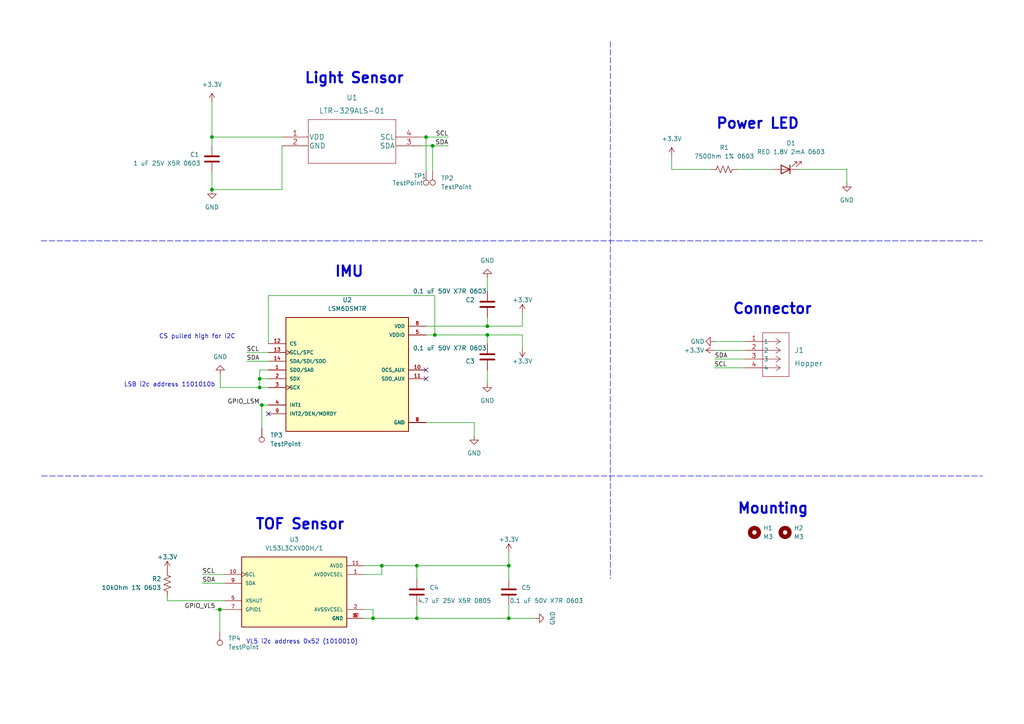
<source format=kicad_sch>
(kicad_sch (version 20211123) (generator eeschema)
  (paper "A4")
  (lib_symbols
    (symbol "Connector:TestPoint" (pin_numbers hide) (pin_names (offset 0.762) hide)
      (property "Reference" "TP" (at 0 6.858 0))
      (property "Value" "TestPoint" (at 0 5.08 0))
      (symbol "TestPoint_0_1"
        (circle (center 0 3.302) (radius 0.762))
      )
      (symbol "TestPoint_1_1"
        (pin passive line (at 0 0 90) (length 2.54) (name "1") (number "1"))
      )
    )
    (symbol "Device:C" (pin_numbers hide) (pin_names (offset 0.254))
      (property "Reference" "C" (at 0.635 2.54 0))
      (property "Value" "C" (at 0.635 -2.54 0))
      (symbol "C_0_1"
        (polyline (pts (xy -2.032 -0.762) (xy 2.032 -0.762)) (stroke (width 0.508)))
        (polyline (pts (xy -2.032 0.762) (xy 2.032 0.762)) (stroke (width 0.508)))
      )
      (symbol "C_1_1"
        (pin passive line (at 0 3.81 270) (length 2.794) (name "~") (number "1"))
        (pin passive line (at 0 -3.81 90) (length 2.794) (name "~") (number "2"))
      )
    )
    (symbol "Device:LED" (pin_numbers hide) (pin_names (offset 1.016) hide)
      (property "Reference" "D" (at 0 2.54 0))
      (property "Value" "LED" (at 0 -2.54 0))
      (symbol "LED_0_1"
        (polyline (pts (xy -1.27 -1.27) (xy -1.27 1.27)) (stroke (width 0.254)))
        (polyline (pts (xy -1.27 0) (xy 1.27 0)))
        (polyline (pts (xy 1.27 -1.27) (xy 1.27 1.27) (xy -1.27 0) (xy 1.27 -1.27)) (stroke (width 0.254)))
        (polyline (pts (xy -3.048 -0.762) (xy -4.572 -2.286) (xy -3.81 -2.286) (xy -4.572 -2.286) (xy -4.572 -1.524)))
        (polyline (pts (xy -1.778 -0.762) (xy -3.302 -2.286) (xy -2.54 -2.286) (xy -3.302 -2.286) (xy -3.302 -1.524)))
      )
      (symbol "LED_1_1"
        (pin passive line (at -3.81 0 0) (length 2.54) (name "K") (number "1"))
        (pin passive line (at 3.81 0 180) (length 2.54) (name "A") (number "2"))
      )
    )
    (symbol "Device:R_US" (pin_numbers hide) (pin_names (offset 0))
      (property "Reference" "R" (at 2.54 0 90))
      (property "Value" "R_US" (at -2.54 0 90))
      (symbol "R_US_0_1"
        (polyline (pts (xy 0 -2.286) (xy 0 -2.54)))
        (polyline (pts (xy 0 2.286) (xy 0 2.54)))
        (polyline (pts (xy 0 -0.762) (xy 1.016 -1.143) (xy 0 -1.524) (xy -1.016 -1.905) (xy 0 -2.286)))
        (polyline (pts (xy 0 0.762) (xy 1.016 0.381) (xy 0 0) (xy -1.016 -0.381) (xy 0 -0.762)))
        (polyline (pts (xy 0 2.286) (xy 1.016 1.905) (xy 0 1.524) (xy -1.016 1.143) (xy 0 0.762)))
      )
      (symbol "R_US_1_1"
        (pin passive line (at 0 3.81 270) (length 1.27) (name "~") (number "1"))
        (pin passive line (at 0 -3.81 90) (length 1.27) (name "~") (number "2"))
      )
    )
    (symbol "LSM6DSMTR:LSM6DSMTR" (pin_names (offset 1.016))
      (property "Reference" "U" (at -17.78 16.51 0))
      (property "Value" "LSM6DSMTR" (at -17.78 -21.59 0))
      (symbol "LSM6DSMTR_0_0"
        (rectangle (start -17.78 -17.78) (end 17.78 15.24) (stroke (width 0.254)) (fill (type background)))
        (pin bidirectional line (at -22.86 0 0) (length 5.08) (name "SDO/SA0") (number "1"))
        (pin input line (at 22.86 0 180) (length 5.08) (name "OCS_AUX") (number "10"))
        (pin bidirectional line (at 22.86 -2.54 180) (length 5.08) (name "SDO_AUX") (number "11"))
        (pin input line (at -22.86 7.62 0) (length 5.08) (name "CS") (number "12"))
        (pin input clock (at -22.86 5.08 0) (length 5.08) (name "SCL/SPC") (number "13"))
        (pin bidirectional line (at -22.86 2.54 0) (length 5.08) (name "SDA/SDI/SDO") (number "14"))
        (pin bidirectional line (at -22.86 -2.54 0) (length 5.08) (name "SDX") (number "2"))
        (pin bidirectional clock (at -22.86 -5.08 0) (length 5.08) (name "SCX") (number "3"))
        (pin input line (at -22.86 -10.16 0) (length 5.08) (name "INT1") (number "4"))
        (pin power_in line (at 22.86 10.16 180) (length 5.08) (name "VDDIO") (number "5"))
        (pin power_in line (at 22.86 -15.24 180) (length 5.08) (name "GND") (number "6"))
        (pin power_in line (at 22.86 -15.24 180) (length 5.08) (name "GND") (number "7"))
        (pin power_in line (at 22.86 12.7 180) (length 5.08) (name "VDD") (number "8"))
        (pin input line (at -22.86 -12.7 0) (length 5.08) (name "INT2/DEN/MDRDY") (number "9"))
      )
    )
    (symbol "LTR-329-ALS:LTR-329ALS-01" (pin_names (offset 0.254))
      (property "Reference" "U" (at 20.32 10.16 0))
      (property "Value" "LTR-329ALS-01" (at 20.32 7.62 0))
      (symbol "LTR-329ALS-01_1_1"
        (polyline (pts (xy 7.62 -7.62) (xy 33.02 -7.62)) (stroke (width 0.127)))
        (polyline (pts (xy 7.62 5.08) (xy 7.62 -7.62)) (stroke (width 0.127)))
        (polyline (pts (xy 33.02 -7.62) (xy 33.02 5.08)) (stroke (width 0.127)))
        (polyline (pts (xy 33.02 5.08) (xy 7.62 5.08)) (stroke (width 0.127)))
        (pin power_in line (at 0 0 0) (length 7.62) (name "VDD") (number "1"))
        (pin power_in line (at 0 -2.54 0) (length 7.62) (name "GND") (number "2"))
        (pin bidirectional line (at 40.64 -2.54 180) (length 7.62) (name "SDA") (number "3"))
        (pin input line (at 40.64 0 180) (length 7.62) (name "SCL") (number "4"))
      )
    )
    (symbol "Mechanical:MountingHole" (pin_names (offset 1.016))
      (property "Reference" "H" (at 0 5.08 0))
      (property "Value" "MountingHole" (at 0 3.175 0))
      (symbol "MountingHole_0_1"
        (circle (center 0 0) (radius 1.27) (stroke (width 1.27)))
      )
    )
    (symbol "PRT-14417:PRT-14417" (pin_names (offset 0.254))
      (property "Reference" "J" (at 8.89 6.35 0))
      (property "Value" "PRT-14417" (at 0 0 0))
      (symbol "PRT-14417_1_1"
        (polyline (pts (xy 5.08 -10.16) (xy 12.7 -10.16)) (stroke (width 0.127)))
        (polyline (pts (xy 5.08 2.54) (xy 5.08 -10.16)) (stroke (width 0.127)))
        (polyline (pts (xy 10.16 -7.62) (xy 5.08 -7.62)) (stroke (width 0.127)))
        (polyline (pts (xy 10.16 -7.62) (xy 8.89 -8.4667)) (stroke (width 0.127)))
        (polyline (pts (xy 10.16 -7.62) (xy 8.89 -6.7733)) (stroke (width 0.127)))
        (polyline (pts (xy 10.16 -5.08) (xy 5.08 -5.08)) (stroke (width 0.127)))
        (polyline (pts (xy 10.16 -5.08) (xy 8.89 -5.9267)) (stroke (width 0.127)))
        (polyline (pts (xy 10.16 -5.08) (xy 8.89 -4.2333)) (stroke (width 0.127)))
        (polyline (pts (xy 10.16 -2.54) (xy 5.08 -2.54)) (stroke (width 0.127)))
        (polyline (pts (xy 10.16 -2.54) (xy 8.89 -3.3867)) (stroke (width 0.127)))
        (polyline (pts (xy 10.16 -2.54) (xy 8.89 -1.6933)) (stroke (width 0.127)))
        (polyline (pts (xy 10.16 0) (xy 5.08 0)) (stroke (width 0.127)))
        (polyline (pts (xy 10.16 0) (xy 8.89 -0.8467)) (stroke (width 0.127)))
        (polyline (pts (xy 10.16 0) (xy 8.89 0.8467)) (stroke (width 0.127)))
        (polyline (pts (xy 12.7 -10.16) (xy 12.7 2.54)) (stroke (width 0.127)))
        (polyline (pts (xy 12.7 2.54) (xy 5.08 2.54)) (stroke (width 0.127)))
        (pin unspecified line (at 0 0 0) (length 5.08) (name "1") (number "1"))
        (pin unspecified line (at 0 -2.54 0) (length 5.08) (name "2") (number "2"))
        (pin unspecified line (at 0 -5.08 0) (length 5.08) (name "3") (number "3"))
        (pin unspecified line (at 0 -7.62 0) (length 5.08) (name "4") (number "4"))
      )
      (symbol "PRT-14417_1_2"
        (polyline (pts (xy 5.08 -10.16) (xy 12.7 -10.16)) (stroke (width 0.127)))
        (polyline (pts (xy 5.08 2.54) (xy 5.08 -10.16)) (stroke (width 0.127)))
        (polyline (pts (xy 7.62 -7.62) (xy 5.08 -7.62)) (stroke (width 0.127)))
        (polyline (pts (xy 7.62 -7.62) (xy 8.89 -8.4667)) (stroke (width 0.127)))
        (polyline (pts (xy 7.62 -7.62) (xy 8.89 -6.7733)) (stroke (width 0.127)))
        (polyline (pts (xy 7.62 -5.08) (xy 5.08 -5.08)) (stroke (width 0.127)))
        (polyline (pts (xy 7.62 -5.08) (xy 8.89 -5.9267)) (stroke (width 0.127)))
        (polyline (pts (xy 7.62 -5.08) (xy 8.89 -4.2333)) (stroke (width 0.127)))
        (polyline (pts (xy 7.62 -2.54) (xy 5.08 -2.54)) (stroke (width 0.127)))
        (polyline (pts (xy 7.62 -2.54) (xy 8.89 -3.3867)) (stroke (width 0.127)))
        (polyline (pts (xy 7.62 -2.54) (xy 8.89 -1.6933)) (stroke (width 0.127)))
        (polyline (pts (xy 7.62 0) (xy 5.08 0)) (stroke (width 0.127)))
        (polyline (pts (xy 7.62 0) (xy 8.89 -0.8467)) (stroke (width 0.127)))
        (polyline (pts (xy 7.62 0) (xy 8.89 0.8467)) (stroke (width 0.127)))
        (polyline (pts (xy 12.7 -10.16) (xy 12.7 2.54)) (stroke (width 0.127)))
        (polyline (pts (xy 12.7 2.54) (xy 5.08 2.54)) (stroke (width 0.127)))
        (pin unspecified line (at 0 0 0) (length 5.08) (name "1") (number "1"))
        (pin unspecified line (at 0 -2.54 0) (length 5.08) (name "2") (number "2"))
        (pin unspecified line (at 0 -5.08 0) (length 5.08) (name "3") (number "3"))
        (pin unspecified line (at 0 -7.62 0) (length 5.08) (name "4") (number "4"))
      )
    )
    (symbol "VL53L3CXV0DH_1:VL53L3CXV0DH{slash}1" (pin_names (offset 1.016))
      (property "Reference" "U" (at -15.24 10.922 0))
      (property "Value" "VL53L3CXV0DH{slash}1" (at -15.24 -12.7 0))
      (symbol "VL53L3CXV0DH{slash}1_0_0"
        (rectangle (start -15.24 -10.16) (end 15.24 10.16) (stroke (width 0.254)) (fill (type background)))
        (pin power_in line (at 20.32 5.08 180) (length 5.08) (name "AVDDVCSEL") (number "1"))
        (pin input clock (at -20.32 5.08 0) (length 5.08) (name "SCL") (number "10"))
        (pin power_in line (at 20.32 7.62 180) (length 5.08) (name "AVDD") (number "11"))
        (pin power_in line (at 20.32 -7.62 180) (length 5.08) (name "GND") (number "12"))
        (pin power_in line (at 20.32 -5.08 180) (length 5.08) (name "AVSSVCSEL") (number "2"))
        (pin power_in line (at 20.32 -7.62 180) (length 5.08) (name "GND") (number "3"))
        (pin power_in line (at 20.32 -7.62 180) (length 5.08) (name "GND") (number "4"))
        (pin input line (at -20.32 -2.54 0) (length 5.08) (name "XSHUT") (number "5"))
        (pin power_in line (at 20.32 -7.62 180) (length 5.08) (name "GND") (number "6"))
        (pin output line (at -20.32 -5.08 0) (length 5.08) (name "GPIO1") (number "7"))
        (pin bidirectional line (at -20.32 2.54 0) (length 5.08) (name "SDA") (number "9"))
      )
    )
    (symbol "power:+3.3V" (power) (pin_names (offset 0))
      (property "Value" "+3.3V" (at 0 3.556 0))
      (symbol "+3.3V_0_1"
        (polyline (pts (xy -0.762 1.27) (xy 0 2.54)))
        (polyline (pts (xy 0 0) (xy 0 2.54)))
        (polyline (pts (xy 0 2.54) (xy 0.762 1.27)))
      )
      (symbol "+3.3V_1_1"
        (pin power_in line (at 0 0 90) (length 0) hide (name "+3.3V") (number "1"))
      )
    )
    (symbol "power:GND" (power) (pin_names (offset 0))
      (property "Value" "GND" (at 0 -3.81 0))
      (symbol "GND_0_1"
        (polyline (pts (xy 0 0) (xy 0 -1.27) (xy 1.27 -1.27) (xy 0 -2.54) (xy -1.27 -1.27) (xy 0 -1.27)))
      )
      (symbol "GND_1_1"
        (pin power_in line (at 0 0 270) (length 0) hide (name "GND") (number "1"))
      )
    )
  )
  (junction (at 125.476 42.291))
  (junction (at 75.311 112.395))
  (junction (at 147.574 164.084))
  (junction (at 120.904 179.324))
  (junction (at 141.351 97.155))
  (junction (at 61.468 54.991))
  (junction (at 75.311 109.855))
  (junction (at 61.468 39.751))
  (junction (at 110.744 164.084))
  (junction (at 120.904 164.084))
  (junction (at 141.351 94.615))
  (junction (at 147.574 179.324))
  (junction (at 108.204 179.324))
  (junction (at 63.754 176.784))
  (junction (at 126.111 97.155))
  (junction (at 123.571 39.751))
  (junction (at 75.946 117.475))
  (no_connect (at 77.851 120.015))
  (no_connect (at 123.571 107.315))
  (no_connect (at 123.571 109.855))
  (wire (pts (xy 141.351 107.315) (xy 141.351 111.125)))
  (wire (pts (xy 147.574 167.894) (xy 147.574 164.084)))
  (wire (pts (xy 207.137 106.68) (xy 216.154 106.68)))
  (wire (pts (xy 61.468 49.911) (xy 61.468 54.991)))
  (wire (pts (xy 75.311 112.395) (xy 63.881 112.395)))
  (wire (pts (xy 122.428 42.291) (xy 125.476 42.291)))
  (wire (pts (xy 75.311 107.315) (xy 75.311 109.855)))
  (wire (pts (xy 120.904 175.514) (xy 120.904 179.324)))
  (wire (pts (xy 147.574 175.514) (xy 147.574 179.324)))
  (wire (pts (xy 245.618 49.149) (xy 245.618 52.959)))
  (wire (pts (xy 125.476 42.291) (xy 125.476 49.657)))
  (wire (pts (xy 61.468 39.751) (xy 81.788 39.751)))
  (wire (pts (xy 231.648 49.149) (xy 245.618 49.149)))
  (wire (pts (xy 77.851 99.695) (xy 77.851 85.725)))
  (wire (pts (xy 105.664 164.084) (xy 110.744 164.084)))
  (wire (pts (xy 126.111 97.155) (xy 141.351 97.155)))
  (wire (pts (xy 120.904 179.324) (xy 147.574 179.324)))
  (wire (pts (xy 120.904 167.894) (xy 120.904 164.084)))
  (wire (pts (xy 123.571 94.615) (xy 141.351 94.615)))
  (wire (pts (xy 77.851 107.315) (xy 75.311 107.315)))
  (wire (pts (xy 108.204 179.324) (xy 120.904 179.324)))
  (polyline (pts (xy 177.038 12.065) (xy 177.038 167.894)))
  (wire (pts (xy 75.311 109.855) (xy 75.311 112.395)))
  (wire (pts (xy 151.511 100.965) (xy 151.511 97.155)))
  (wire (pts (xy 151.511 90.805) (xy 151.511 94.615)))
  (wire (pts (xy 77.851 85.725) (xy 126.111 85.725)))
  (wire (pts (xy 123.571 39.751) (xy 130.048 39.751)))
  (wire (pts (xy 81.788 42.291) (xy 81.788 54.991)))
  (wire (pts (xy 147.574 179.324) (xy 155.194 179.324)))
  (wire (pts (xy 63.881 112.395) (xy 63.881 108.585)))
  (wire (pts (xy 141.351 92.075) (xy 141.351 94.615)))
  (wire (pts (xy 105.664 166.624) (xy 110.744 166.624)))
  (wire (pts (xy 62.484 176.784) (xy 63.754 176.784)))
  (wire (pts (xy 141.351 94.615) (xy 151.511 94.615)))
  (wire (pts (xy 120.904 164.084) (xy 147.574 164.084)))
  (wire (pts (xy 125.476 42.291) (xy 130.048 42.291)))
  (wire (pts (xy 141.351 99.695) (xy 141.351 97.155)))
  (wire (pts (xy 61.468 54.991) (xy 81.788 54.991)))
  (wire (pts (xy 63.754 176.784) (xy 65.024 176.784)))
  (wire (pts (xy 141.351 97.155) (xy 151.511 97.155)))
  (wire (pts (xy 65.024 169.164) (xy 58.674 169.164)))
  (wire (pts (xy 216.154 101.6) (xy 207.264 101.6)))
  (wire (pts (xy 123.571 39.751) (xy 123.571 49.657)))
  (wire (pts (xy 213.868 49.149) (xy 224.028 49.149)))
  (wire (pts (xy 61.468 39.751) (xy 61.468 42.291)))
  (wire (pts (xy 194.818 49.149) (xy 206.248 49.149)))
  (wire (pts (xy 123.571 97.155) (xy 126.111 97.155)))
  (wire (pts (xy 194.818 45.339) (xy 194.818 49.149)))
  (wire (pts (xy 207.264 104.14) (xy 216.154 104.14)))
  (wire (pts (xy 77.851 109.855) (xy 75.311 109.855)))
  (wire (pts (xy 105.664 179.324) (xy 108.204 179.324)))
  (wire (pts (xy 77.851 112.395) (xy 75.311 112.395)))
  (wire (pts (xy 105.664 176.784) (xy 108.204 176.784)))
  (wire (pts (xy 110.744 166.624) (xy 110.744 164.084)))
  (wire (pts (xy 77.851 102.235) (xy 71.501 102.235)))
  (wire (pts (xy 48.514 174.244) (xy 65.024 174.244)))
  (wire (pts (xy 61.468 29.591) (xy 61.468 39.751)))
  (wire (pts (xy 108.204 176.784) (xy 108.204 179.324)))
  (wire (pts (xy 48.514 172.974) (xy 48.514 174.244)))
  (wire (pts (xy 75.311 117.475) (xy 75.946 117.475)))
  (wire (pts (xy 77.851 104.775) (xy 71.501 104.775)))
  (wire (pts (xy 75.946 117.475) (xy 75.946 124.206)))
  (wire (pts (xy 65.024 166.624) (xy 58.674 166.624)))
  (wire (pts (xy 126.111 85.725) (xy 126.111 97.155)))
  (wire (pts (xy 123.571 122.555) (xy 137.541 122.555)))
  (wire (pts (xy 75.946 117.475) (xy 77.851 117.475)))
  (wire (pts (xy 63.754 176.784) (xy 63.754 183.134)))
  (wire (pts (xy 122.428 39.751) (xy 123.571 39.751)))
  (wire (pts (xy 207.264 99.06) (xy 216.154 99.06)))
  (wire (pts (xy 141.351 84.455) (xy 141.351 80.645)))
  (polyline (pts (xy 12.065 138.049) (xy 284.988 138.049)))
  (wire (pts (xy 137.541 122.555) (xy 137.541 126.365)))
  (wire (pts (xy 147.574 160.274) (xy 147.574 164.084)))
  (polyline (pts (xy 11.938 69.85) (xy 284.988 69.85)))
  (wire (pts (xy 110.744 164.084) (xy 120.904 164.084)))
  (text "Mounting" (at 213.741 149.352 0) (effects (font (size 3 3) (thickness 0.6) bold) (justify left bottom)))
  (text "CS pulled high for I2C" (at 46.101 98.425 0) (effects (font (size 1.27 1.27)) (justify left bottom)))
  (text "TOF Sensor" (at 73.914 153.924 0) (effects (font (size 3 3) (thickness 0.6) bold) (justify left bottom)))
  (text "Light Sensor" (at 88.138 24.511 0) (effects (font (size 3 3) (thickness 0.6) bold) (justify left bottom)))
  (text "VL5 i2c address 0x52 (1010010)" (at 71.374 186.944 0) (effects (font (size 1.27 1.27)) (justify left bottom)))
  (text "LSB i2c address 1101010b" (at 35.941 112.395 0) (effects (font (size 1.27 1.27)) (justify left bottom)))
  (text "Connector" (at 212.344 91.44 0) (effects (font (size 3 3) (thickness 0.6) bold) (justify left bottom)))
  (text "Power LED" (at 207.518 37.719 0) (effects (font (size 3 3) (thickness 0.6) bold) (justify left bottom)))
  (text "IMU" (at 96.901 80.645 0) (effects (font (size 3 3) (thickness 0.6) bold) (justify left bottom)))
  (label "SDA" (at 71.501 104.775 0))
  (label "GPIO_VL5" (at 62.484 176.784 180))
  (label "SCL" (at 207.137 106.68 0))
  (label "SCL" (at 130.048 39.751 180))
  (label "SDA" (at 207.264 104.14 0))
  (label "SDA" (at 58.674 169.164 0))
  (label "SCL" (at 71.501 102.235 0))
  (label "SCL" (at 58.674 166.624 0))
  (label "GPIO_LSM" (at 75.311 117.475 180))
  (label "SDA" (at 130.048 42.291 180))
  (symbol (lib_id "power:GND") (at 141.351 111.125 0) (mirror y) (unit 1)
    (property "Reference" "#PWR011" (effects hide))
    (property "Value" "GND" (at 141.351 116.205 0))
  )
  (symbol (lib_id "Connector:TestPoint") (at 123.571 49.657 180) (unit 1)
    (property "Reference" "TP1" (at 120.015 51.054 0) (effects (justify right)))
    (property "Value" "TestPoint" (at 113.792 53.086 0) (effects (justify right)))
    (property "Footprint" "TestPoint:TestPoint_Pad_D1.0mm" (effects hide))
  )
  (symbol (lib_id "power:+3.3V") (at 207.264 101.6 90) (unit 1)
    (property "Reference" "#PWR05" (effects hide))
    (property "Value" "+3.3V" (at 198.374 101.6 90) (effects (justify right)))
  )
  (symbol (lib_id "power:GND") (at 155.194 179.324 90) (unit 1)
    (property "Reference" "#PWR015" (effects hide))
    (property "Value" "GND" (at 160.274 179.324 0))
  )
  (symbol (lib_id "Device:C") (at 61.468 46.101 0) (unit 1)
    (property "Reference" "C1" (at 55.118 44.831 0) (effects (justify left)))
    (property "Value" "1 uF 25V X5R 0603" (at 38.608 47.371 0) (effects (justify left)))
    (property "Footprint" "Capacitor_SMD:C_0603_1608Metric" (effects hide))
    (property "Manufacturer" "Samsung Electro-Mechanics" (effects hide))
    (property "Manufacturer Part Number" "CL10A105KA8NNNC" (effects hide))
    (property "Vendor" "Digikey" (effects hide))
    (property "Vendor Part Number" "1276-1102-1-ND" (effects hide))
  )
  (symbol (lib_id "PRT-14417:PRT-14417") (at 216.154 99.06 0) (unit 1)
    (property "Reference" "J1" (at 230.378 101.6 0) (effects (font (size 1.524 1.524)) (justify left)))
    (property "Value" "Hopper" (at 230.378 105.41 0) (effects (font (size 1.524 1.524)) (justify left)))
    (property "Footprint" "Customs Smoker:PRT-14417" (effects hide))
    (property "Datasheet" "PRT-14417" (effects hide))
    (property "Manufacturer" "SparkFun Electronics" (effects hide))
    (property "Manufacturer Part Number" "PRT-14417" (effects hide))
    (property "Vendor" "Digikey" (effects hide))
    (property "Vendor Part Number" "PRT-14417-ND" (effects hide))
  )
  (symbol (lib_id "power:GND") (at 61.468 54.991 0) (unit 1)
    (property "Reference" "#PWR07" (effects hide))
    (property "Value" "GND" (at 61.468 60.071 0))
  )
  (symbol (lib_id "Mechanical:MountingHole") (at 227.711 154.432 0) (unit 1)
    (property "Reference" "H2" (at 230.251 153.1619 0) (effects (justify left)))
    (property "Value" "M3" (at 230.251 155.7019 0) (effects (justify left)))
    (property "Footprint" "MountingHole:MountingHole_3.2mm_M3_DIN965_Pad" (effects hide))
  )
  (symbol (lib_id "power:GND") (at 137.541 126.365 0) (unit 1)
    (property "Reference" "#PWR012" (effects hide))
    (property "Value" "GND" (at 137.541 131.445 0))
  )
  (symbol (lib_id "power:+3.3V") (at 151.511 100.965 180) (unit 1)
    (property "Reference" "#PWR09" (effects hide))
    (property "Value" "+3.3V" (at 151.511 104.775 0))
  )
  (symbol (lib_id "LSM6DSMTR:LSM6DSMTR") (at 100.711 107.315 0) (unit 1)
    (property "Reference" "U2" (at 100.711 86.995 0))
    (property "Value" "LSM6DSMTR" (at 100.711 89.535 0))
    (property "Footprint" "Customs:PQFN50P300X250X86-14N" (effects hide))
    (property "PARTREV" "Rev 7" (effects hide))
    (property "MANUFACTURER" "STMicroelectronics" (effects hide))
    (property "MAXIMUM_PACKAGE_HEIGHT" "0.86 mm" (effects hide))
    (property "STANDARD" "IPC 7351B" (effects hide))
    (property "Manufacturer" "STMicroelectronics" (effects hide))
    (property "Manufacturer Part Number" "497-16696-1-ND" (effects hide))
    (property "Vendor" "Digikey" (effects hide))
    (property "Vendor Part Number" "497-16696-1-ND" (effects hide))
  )
  (symbol (lib_id "power:+3.3V") (at 48.514 165.354 0) (mirror y) (unit 1)
    (property "Reference" "#PWR014" (effects hide))
    (property "Value" "+3.3V" (at 48.514 161.544 0))
  )
  (symbol (lib_id "Device:LED") (at 227.838 49.149 180) (unit 1)
    (property "Reference" "D1" (at 229.4255 41.529 0))
    (property "Value" "RED 1.8V 2mA 0603" (at 229.4255 44.069 0))
    (property "Footprint" "LED_SMD:LED_0603_1608Metric" (effects hide))
    (property "Manufacturer" "Rohm Semiconductor" (effects hide))
    (property "Manufacturer Part Number" "CSL1901UW1" (effects hide))
    (property "Vendor" "Digikey" (effects hide))
    (property "Vendor Part Number" "846-CSL1901UW1CT-ND" (effects hide))
  )
  (symbol (lib_id "LTR-329-ALS:LTR-329ALS-01") (at 81.788 39.751 0) (unit 1)
    (property "Reference" "U1" (at 102.108 28.321 0) (effects (font (size 1.524 1.524))))
    (property "Value" "LTR-329ALS-01" (at 102.108 32.131 0) (effects (font (size 1.524 1.524))))
    (property "Footprint" "Customs:LTR-329ALS-01" (effects hide))
    (property "Manufacturer" "Lite-On Inc." (effects hide))
    (property "Manufacturer Part Number" "LTR-329ALS-01" (effects hide))
    (property "Vendor" "Digikey" (effects hide))
    (property "Vendor Part Number" "160-2160-1-ND" (effects hide))
  )
  (symbol (lib_id "Device:C") (at 147.574 171.704 0) (mirror y) (unit 1)
    (property "Reference" "C5" (at 153.924 170.434 0) (effects (justify left)))
    (property "Value" "0.1 uF 50V X7R 0603" (at 169.164 174.244 0) (effects (justify left)))
    (property "Footprint" "Capacitor_SMD:C_0603_1608Metric" (effects hide))
    (property "Manufacturer" "Samsung Electro-Mechanics" (effects hide))
    (property "Manufacturer Part Number" "CL10B104KB8NNWC" (effects hide))
    (property "Vendor" "Digikey" (effects hide))
    (property "Vendor Part Number" "1276-1935-1-ND" (effects hide))
  )
  (symbol (lib_id "power:GND") (at 207.264 99.06 270) (unit 1)
    (property "Reference" "#PWR04" (effects hide))
    (property "Value" "GND" (at 200.279 99.06 90) (effects (justify left)))
  )
  (symbol (lib_id "Device:C") (at 141.351 88.265 0) (unit 1)
    (property "Reference" "C2" (at 135.001 86.995 0) (effects (justify left)))
    (property "Value" "0.1 uF 50V X7R 0603" (at 119.761 84.455 0) (effects (justify left)))
    (property "Footprint" "Capacitor_SMD:C_0603_1608Metric" (effects hide))
    (property "Manufacturer" "Samsung Electro-Mechanics" (effects hide))
    (property "Manufacturer Part Number" "CL10B104KB8NNWC" (effects hide))
    (property "Vendor" "Digikey" (effects hide))
    (property "Vendor Part Number" "1276-1935-1-ND" (effects hide))
  )
  (symbol (lib_id "power:GND") (at 141.351 80.645 180) (unit 1)
    (property "Reference" "#PWR06" (effects hide))
    (property "Value" "GND" (at 141.351 75.565 0))
  )
  (symbol (lib_id "power:+3.3V") (at 194.818 45.339 0) (unit 1)
    (property "Reference" "#PWR01" (effects hide))
    (property "Value" "+3.3V" (at 194.818 40.259 0))
  )
  (symbol (lib_id "Connector:TestPoint") (at 125.476 49.657 180) (unit 1)
    (property "Reference" "TP2" (at 127.889 51.6889 0) (effects (justify right)))
    (property "Value" "TestPoint" (at 127.889 54.2289 0) (effects (justify right)))
    (property "Footprint" "TestPoint:TestPoint_Pad_D1.0mm" (effects hide))
  )
  (symbol (lib_id "power:+3.3V") (at 61.468 29.591 0) (unit 1)
    (property "Reference" "#PWR03" (effects hide))
    (property "Value" "+3.3V" (at 61.468 24.511 0))
  )
  (symbol (lib_id "power:GND") (at 245.618 52.959 0) (unit 1)
    (property "Reference" "#PWR02" (effects hide))
    (property "Value" "GND" (at 245.618 58.039 0))
  )
  (symbol (lib_id "Device:R_US") (at 48.514 169.164 180) (unit 1)
    (property "Reference" "R2" (at 44.069 167.894 0) (effects (justify right)))
    (property "Value" "10kOhm 1% 0603" (at 29.464 170.434 0) (effects (justify right)))
    (property "Footprint" "Resistor_SMD:R_0603_1608Metric" (effects hide))
    (property "Manufacturer" "Stackpole Electronics Inc" (effects hide))
    (property "Manufacturer Part Number" "RNCP0603FTD10K0" (effects hide))
    (property "Vendor" "Digikey" (effects hide))
    (property "Vendor Part Number" "RNCP0603FTD10K0CT-ND" (effects hide))
  )
  (symbol (lib_id "VL53L3CXV0DH_1:VL53L3CXV0DH{slash}1") (at 85.344 171.704 0) (unit 1)
    (property "Reference" "U3" (at 85.344 156.464 0))
    (property "Value" "VL53L3CXV0DH/1" (at 85.344 159.004 0))
    (property "Footprint" "XDCR_VL53L3CXV0DH/1" (effects hide))
    (property "MAXIMUM_PACKAGE_HEIGHT" "1.05mm" (effects hide))
    (property "PARTREV" "2" (effects hide))
    (property "MANUFACTURER" "STMicroelectronics" (effects hide))
    (property "MP" "VL53L3CXV0DH/1" (effects hide))
    (property "STANDARD" "Manufacturer Recommendations" (effects hide))
    (property "Manufacturer" "STMicroelectronics" (effects hide))
    (property "Manufacturer Part Number" "VL53L3CXV0DH/1" (effects hide))
    (property "Vendor" "Digikey" (effects hide))
    (property "Vendor Part Number" "497-VL53L3CXV0DH/1CT-ND" (effects hide))
  )
  (symbol (lib_id "Device:C") (at 141.351 103.505 0) (mirror x) (unit 1)
    (property "Reference" "C3" (at 135.001 104.775 0) (effects (justify left)))
    (property "Value" "0.1 uF 50V X7R 0603" (at 119.761 100.965 0) (effects (justify left)))
    (property "Footprint" "Capacitor_SMD:C_0603_1608Metric" (effects hide))
    (property "Manufacturer" "Samsung Electro-Mechanics" (effects hide))
    (property "Manufacturer Part Number" "CL10B104KB8NNWC" (effects hide))
    (property "Vendor" "Digikey" (effects hide))
    (property "Vendor Part Number" "1276-1935-1-ND" (effects hide))
  )
  (symbol (lib_id "power:GND") (at 63.881 108.585 180) (unit 1)
    (property "Reference" "#PWR010" (effects hide))
    (property "Value" "GND" (at 63.881 103.505 0))
  )
  (symbol (lib_id "power:+3.3V") (at 151.511 90.805 0) (mirror y) (unit 1)
    (property "Reference" "#PWR08" (effects hide))
    (property "Value" "+3.3V" (at 151.511 86.995 0))
  )
  (symbol (lib_id "Connector:TestPoint") (at 63.754 183.134 180) (unit 1)
    (property "Reference" "TP4" (at 66.167 185.1659 0) (effects (justify right)))
    (property "Value" "TestPoint" (at 66.167 187.7059 0) (effects (justify right)))
    (property "Footprint" "TestPoint:TestPoint_Pad_D1.0mm" (effects hide))
  )
  (symbol (lib_id "Device:C") (at 120.904 171.704 0) (mirror y) (unit 1)
    (property "Reference" "C4" (at 127.254 170.434 0) (effects (justify left)))
    (property "Value" "4.7 uF 25V X5R 0805" (at 142.494 174.244 0) (effects (justify left)))
    (property "Footprint" "Capacitor_SMD:C_0805_2012Metric" (effects hide))
    (property "Manufacturer" "Samsung Electro-Mechanics" (effects hide))
    (property "Manufacturer Part Number" "CL21A475KAQNNNE" (effects hide))
    (property "Vendor" "Digikey" (effects hide))
    (property "Vendor Part Number" "1276-1244-1-ND" (effects hide))
  )
  (symbol (lib_id "power:+3.3V") (at 147.574 160.274 0) (mirror y) (unit 1)
    (property "Reference" "#PWR013" (effects hide))
    (property "Value" "+3.3V" (at 147.574 156.464 0))
  )
  (symbol (lib_id "Device:R_US") (at 210.058 49.149 270) (unit 1)
    (property "Reference" "R1" (at 210.058 42.799 90))
    (property "Value" "750Ohm 1% 0603" (at 210.058 45.339 90))
    (property "Footprint" "Resistor_SMD:R_0603_1608Metric" (effects hide))
    (property "Manufacturer" "YAGEO" (effects hide))
    (property "Manufacturer Part Number" "RC0603FR-07750RL" (effects hide))
    (property "Vendor" "Digikey" (effects hide))
    (property "Vendor Part Number" "311-750HRCT-ND" (effects hide))
  )
  (symbol (lib_id "Connector:TestPoint") (at 75.946 124.206 180) (unit 1)
    (property "Reference" "TP3" (at 78.359 126.2379 0) (effects (justify right)))
    (property "Value" "TestPoint" (at 78.359 128.7779 0) (effects (justify right)))
    (property "Footprint" "TestPoint:TestPoint_Pad_D1.0mm" (effects hide))
  )
  (symbol (lib_id "Mechanical:MountingHole") (at 218.821 154.432 0) (unit 1)
    (property "Reference" "H1" (at 221.361 153.1619 0) (effects (justify left)))
    (property "Value" "M3" (at 221.361 155.7019 0) (effects (justify left)))
    (property "Footprint" "MountingHole:MountingHole_3.2mm_M3_DIN965_Pad" (effects hide))
  )
)
</source>
